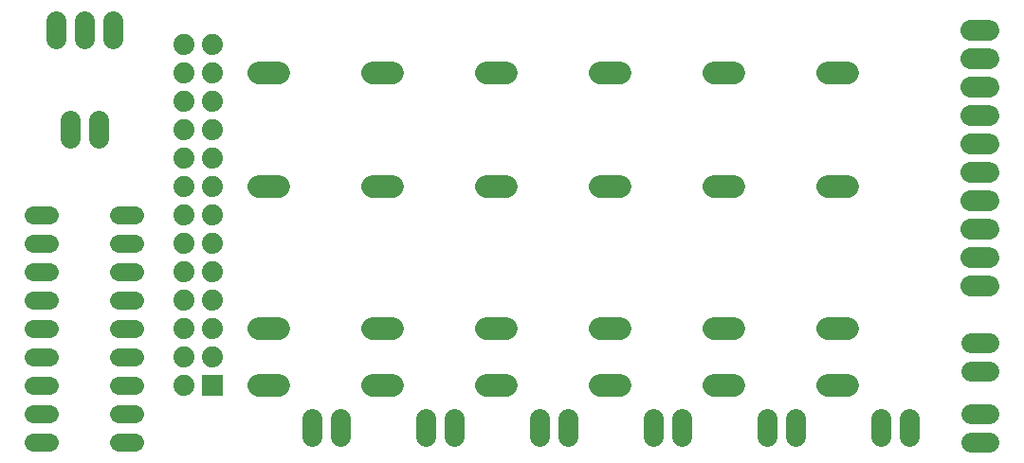
<source format=gbs>
G75*
G70*
%OFA0B0*%
%FSLAX24Y24*%
%IPPOS*%
%LPD*%
%AMOC8*
5,1,8,0,0,1.08239X$1,22.5*
%
%ADD10C,0.0640*%
%ADD11C,0.0714*%
%ADD12R,0.0740X0.0740*%
%ADD13C,0.0740*%
%ADD14C,0.0792*%
%ADD15C,0.0720*%
D10*
X001070Y001133D02*
X001630Y001133D01*
X001630Y002133D02*
X001070Y002133D01*
X001070Y003133D02*
X001630Y003133D01*
X001630Y004133D02*
X001070Y004133D01*
X001070Y005133D02*
X001630Y005133D01*
X001630Y006133D02*
X001070Y006133D01*
X001070Y007133D02*
X001630Y007133D01*
X001630Y008133D02*
X001070Y008133D01*
X001070Y009133D02*
X001630Y009133D01*
X004070Y009133D02*
X004630Y009133D01*
X004630Y008133D02*
X004070Y008133D01*
X004070Y007133D02*
X004630Y007133D01*
X004630Y006133D02*
X004070Y006133D01*
X004070Y005133D02*
X004630Y005133D01*
X004630Y004133D02*
X004070Y004133D01*
X004070Y003133D02*
X004630Y003133D01*
X004630Y002133D02*
X004070Y002133D01*
X004070Y001133D02*
X004630Y001133D01*
D11*
X010850Y001316D02*
X010850Y001950D01*
X011850Y001950D02*
X011850Y001316D01*
X014850Y001316D02*
X014850Y001950D01*
X015850Y001950D02*
X015850Y001316D01*
X018850Y001316D02*
X018850Y001950D01*
X019850Y001950D02*
X019850Y001316D01*
X022850Y001316D02*
X022850Y001950D01*
X023850Y001950D02*
X023850Y001316D01*
X026850Y001316D02*
X026850Y001950D01*
X027850Y001950D02*
X027850Y001316D01*
X030850Y001316D02*
X030850Y001950D01*
X031850Y001950D02*
X031850Y001316D01*
X034033Y001133D02*
X034667Y001133D01*
X034667Y002133D02*
X034033Y002133D01*
X034033Y003633D02*
X034667Y003633D01*
X034667Y004633D02*
X034033Y004633D01*
X003850Y015316D02*
X003850Y015950D01*
X002850Y015950D02*
X002850Y015316D01*
X001850Y015316D02*
X001850Y015950D01*
X002350Y012450D02*
X002350Y011816D01*
X003350Y011816D02*
X003350Y012450D01*
D12*
X007350Y003133D03*
D13*
X006350Y003133D03*
X006350Y004133D03*
X007350Y004133D03*
X007350Y005133D03*
X006350Y005133D03*
X006350Y006133D03*
X007350Y006133D03*
X007350Y007133D03*
X006350Y007133D03*
X006350Y008133D03*
X007350Y008133D03*
X007350Y009133D03*
X006350Y009133D03*
X006350Y010133D03*
X007350Y010133D03*
X007350Y011133D03*
X006350Y011133D03*
X006350Y012133D03*
X007350Y012133D03*
X007350Y013133D03*
X006350Y013133D03*
X006350Y014133D03*
X007350Y014133D03*
X007350Y015133D03*
X006350Y015133D03*
D14*
X008994Y014133D02*
X009706Y014133D01*
X012994Y014133D02*
X013706Y014133D01*
X016994Y014133D02*
X017706Y014133D01*
X020994Y014133D02*
X021706Y014133D01*
X024994Y014133D02*
X025706Y014133D01*
X028994Y014133D02*
X029706Y014133D01*
X029706Y010133D02*
X028994Y010133D01*
X025706Y010133D02*
X024994Y010133D01*
X021706Y010133D02*
X020994Y010133D01*
X017706Y010133D02*
X016994Y010133D01*
X013706Y010133D02*
X012994Y010133D01*
X009706Y010133D02*
X008994Y010133D01*
X008994Y005133D02*
X009706Y005133D01*
X012994Y005133D02*
X013706Y005133D01*
X016994Y005133D02*
X017706Y005133D01*
X020994Y005133D02*
X021706Y005133D01*
X024994Y005133D02*
X025706Y005133D01*
X028994Y005133D02*
X029706Y005133D01*
X029706Y003133D02*
X028994Y003133D01*
X025706Y003133D02*
X024994Y003133D01*
X021706Y003133D02*
X020994Y003133D01*
X017706Y003133D02*
X016994Y003133D01*
X013706Y003133D02*
X012994Y003133D01*
X009706Y003133D02*
X008994Y003133D01*
D15*
X034030Y006633D02*
X034670Y006633D01*
X034670Y007633D02*
X034030Y007633D01*
X034030Y008633D02*
X034670Y008633D01*
X034670Y009633D02*
X034030Y009633D01*
X034030Y010633D02*
X034670Y010633D01*
X034670Y011633D02*
X034030Y011633D01*
X034030Y012633D02*
X034670Y012633D01*
X034670Y013633D02*
X034030Y013633D01*
X034030Y014633D02*
X034670Y014633D01*
X034670Y015633D02*
X034030Y015633D01*
M02*

</source>
